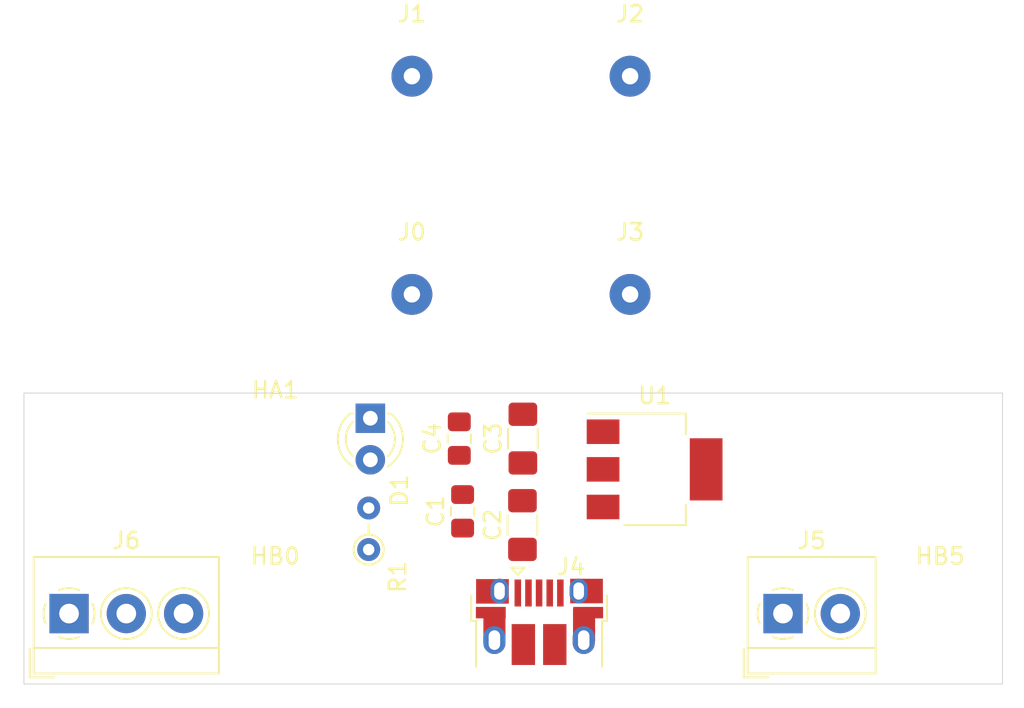
<source format=kicad_pcb>
(kicad_pcb (version 20171130) (host pcbnew 5.1.5-52549c5~86~ubuntu18.04.1)

  (general
    (thickness 1.6)
    (drawings 4)
    (tracks 0)
    (zones 0)
    (modules 19)
    (nets 10)
  )

  (page A4)
  (title_block
    (title "TUSISTEMITA TEMPLATE")
    (company Galopago)
  )

  (layers
    (0 F.Cu signal)
    (31 B.Cu signal)
    (32 B.Adhes user)
    (33 F.Adhes user)
    (34 B.Paste user)
    (35 F.Paste user)
    (36 B.SilkS user)
    (37 F.SilkS user)
    (38 B.Mask user)
    (39 F.Mask user)
    (40 Dwgs.User user)
    (41 Cmts.User user)
    (42 Eco1.User user)
    (43 Eco2.User user)
    (44 Edge.Cuts user)
    (45 Margin user)
    (46 B.CrtYd user)
    (47 F.CrtYd user)
    (48 B.Fab user)
    (49 F.Fab user)
  )

  (setup
    (last_trace_width 0.25)
    (trace_clearance 0.2)
    (zone_clearance 0.508)
    (zone_45_only no)
    (trace_min 0.2)
    (via_size 0.8)
    (via_drill 0.4)
    (via_min_size 0.4)
    (via_min_drill 0.3)
    (uvia_size 0.3)
    (uvia_drill 0.1)
    (uvias_allowed no)
    (uvia_min_size 0.2)
    (uvia_min_drill 0.1)
    (edge_width 0.05)
    (segment_width 0.2)
    (pcb_text_width 0.3)
    (pcb_text_size 1.5 1.5)
    (mod_edge_width 0.12)
    (mod_text_size 1 1)
    (mod_text_width 0.15)
    (pad_size 3 3)
    (pad_drill 3)
    (pad_to_mask_clearance 0.051)
    (solder_mask_min_width 0.25)
    (aux_axis_origin 0 0)
    (visible_elements FFFFFF7F)
    (pcbplotparams
      (layerselection 0x010fc_ffffffff)
      (usegerberextensions false)
      (usegerberattributes false)
      (usegerberadvancedattributes false)
      (creategerberjobfile false)
      (excludeedgelayer true)
      (linewidth 0.100000)
      (plotframeref false)
      (viasonmask false)
      (mode 1)
      (useauxorigin false)
      (hpglpennumber 1)
      (hpglpenspeed 20)
      (hpglpendiameter 15.000000)
      (psnegative false)
      (psa4output false)
      (plotreference true)
      (plotvalue true)
      (plotinvisibletext false)
      (padsonsilk false)
      (subtractmaskfromsilk false)
      (outputformat 1)
      (mirror false)
      (drillshape 1)
      (scaleselection 1)
      (outputdirectory ""))
  )

  (net 0 "")
  (net 1 "Net-(J0-Pad1)")
  (net 2 "Net-(J4-Pad6)")
  (net 3 "Net-(J4-Pad4)")
  (net 4 "Net-(J4-Pad3)")
  (net 5 "Net-(J4-Pad2)")
  (net 6 "Net-(C1-Pad2)")
  (net 7 "Net-(C1-Pad1)")
  (net 8 "Net-(C3-Pad1)")
  (net 9 "Net-(D1-Pad2)")

  (net_class Default "This is the default net class."
    (clearance 0.2)
    (trace_width 0.25)
    (via_dia 0.8)
    (via_drill 0.4)
    (uvia_dia 0.3)
    (uvia_drill 0.1)
    (add_net "Net-(C1-Pad1)")
    (add_net "Net-(C1-Pad2)")
    (add_net "Net-(C3-Pad1)")
    (add_net "Net-(D1-Pad2)")
    (add_net "Net-(J0-Pad1)")
    (add_net "Net-(J4-Pad2)")
    (add_net "Net-(J4-Pad3)")
    (add_net "Net-(J4-Pad4)")
    (add_net "Net-(J4-Pad6)")
  )

  (module MountingHole:MountingHole_3mm (layer F.Cu) (tedit 56D1B4CB) (tstamp 5F630CFB)
    (at 35.36 23.81)
    (descr "Mounting Hole 3mm, no annular")
    (tags "mounting hole 3mm no annular")
    (path /5F6728B6)
    (attr virtual)
    (fp_text reference HA1 (at 0 -4) (layer F.SilkS)
      (effects (font (size 1 1) (thickness 0.15)))
    )
    (fp_text value MountingHole (at 0 4) (layer F.Fab)
      (effects (font (size 1 1) (thickness 0.15)))
    )
    (fp_circle (center 0 0) (end 3.25 0) (layer F.CrtYd) (width 0.05))
    (fp_circle (center 0 0) (end 3 0) (layer Cmts.User) (width 0.15))
    (fp_text user %R (at 0.3 0) (layer F.Fab)
      (effects (font (size 1 1) (thickness 0.15)))
    )
    (pad 1 np_thru_hole circle (at 0 0) (size 3 3) (drill 3) (layers *.Cu *.Mask))
  )

  (module MountingHole:MountingHole_3mm (layer F.Cu) (tedit 56D1B4CB) (tstamp 5F630324)
    (at 76 33.97)
    (descr "Mounting Hole 3mm, no annular")
    (tags "mounting hole 3mm no annular")
    (path /5F66BE4C)
    (attr virtual)
    (fp_text reference HB5 (at 0 -4) (layer F.SilkS)
      (effects (font (size 1 1) (thickness 0.15)))
    )
    (fp_text value MountingHole (at 0 4) (layer F.Fab)
      (effects (font (size 1 1) (thickness 0.15)))
    )
    (fp_circle (center 0 0) (end 3.25 0) (layer F.CrtYd) (width 0.05))
    (fp_circle (center 0 0) (end 3 0) (layer Cmts.User) (width 0.15))
    (fp_text user %R (at 0.3 0) (layer F.Fab)
      (effects (font (size 1 1) (thickness 0.15)))
    )
    (pad 1 np_thru_hole circle (at 0 0) (size 3 3) (drill 3) (layers *.Cu *.Mask))
  )

  (module MountingHole:MountingHole_3mm (layer F.Cu) (tedit 56D1B4CB) (tstamp 5F63031C)
    (at 35.36 33.97)
    (descr "Mounting Hole 3mm, no annular")
    (tags "mounting hole 3mm no annular")
    (path /5F66BB6C)
    (attr virtual)
    (fp_text reference HB0 (at 0 -4) (layer F.SilkS)
      (effects (font (size 1 1) (thickness 0.15)))
    )
    (fp_text value MountingHole (at 0 4) (layer F.Fab)
      (effects (font (size 1 1) (thickness 0.15)))
    )
    (fp_circle (center 0 0) (end 3.25 0) (layer F.CrtYd) (width 0.05))
    (fp_circle (center 0 0) (end 3 0) (layer Cmts.User) (width 0.15))
    (fp_text user %R (at 0.3 0) (layer F.Fab)
      (effects (font (size 1 1) (thickness 0.15)))
    )
    (pad 1 np_thru_hole circle (at 0 0) (size 3 3) (drill 3) (layers *.Cu *.Mask))
  )

  (module Package_TO_SOT_SMD:SOT-223-3_TabPin2 (layer F.Cu) (tedit 5A02FF57) (tstamp 5F62F9B5)
    (at 58.547 24.6634)
    (descr "module CMS SOT223 4 pins")
    (tags "CMS SOT")
    (path /5F651E9A)
    (attr smd)
    (fp_text reference U1 (at 0 -4.5) (layer F.SilkS)
      (effects (font (size 1 1) (thickness 0.15)))
    )
    (fp_text value AMS1117-3.3 (at 0 4.5) (layer F.Fab)
      (effects (font (size 1 1) (thickness 0.15)))
    )
    (fp_line (start 1.85 -3.35) (end 1.85 3.35) (layer F.Fab) (width 0.1))
    (fp_line (start -1.85 3.35) (end 1.85 3.35) (layer F.Fab) (width 0.1))
    (fp_line (start -4.1 -3.41) (end 1.91 -3.41) (layer F.SilkS) (width 0.12))
    (fp_line (start -0.85 -3.35) (end 1.85 -3.35) (layer F.Fab) (width 0.1))
    (fp_line (start -1.85 3.41) (end 1.91 3.41) (layer F.SilkS) (width 0.12))
    (fp_line (start -1.85 -2.35) (end -1.85 3.35) (layer F.Fab) (width 0.1))
    (fp_line (start -1.85 -2.35) (end -0.85 -3.35) (layer F.Fab) (width 0.1))
    (fp_line (start -4.4 -3.6) (end -4.4 3.6) (layer F.CrtYd) (width 0.05))
    (fp_line (start -4.4 3.6) (end 4.4 3.6) (layer F.CrtYd) (width 0.05))
    (fp_line (start 4.4 3.6) (end 4.4 -3.6) (layer F.CrtYd) (width 0.05))
    (fp_line (start 4.4 -3.6) (end -4.4 -3.6) (layer F.CrtYd) (width 0.05))
    (fp_line (start 1.91 -3.41) (end 1.91 -2.15) (layer F.SilkS) (width 0.12))
    (fp_line (start 1.91 3.41) (end 1.91 2.15) (layer F.SilkS) (width 0.12))
    (fp_text user %R (at 0 0 90) (layer F.Fab)
      (effects (font (size 0.8 0.8) (thickness 0.12)))
    )
    (pad 1 smd rect (at -3.15 -2.3) (size 2 1.5) (layers F.Cu F.Paste F.Mask)
      (net 6 "Net-(C1-Pad2)"))
    (pad 3 smd rect (at -3.15 2.3) (size 2 1.5) (layers F.Cu F.Paste F.Mask)
      (net 7 "Net-(C1-Pad1)"))
    (pad 2 smd rect (at -3.15 0) (size 2 1.5) (layers F.Cu F.Paste F.Mask)
      (net 8 "Net-(C3-Pad1)"))
    (pad 2 smd rect (at 3.15 0) (size 2 3.8) (layers F.Cu F.Paste F.Mask)
      (net 8 "Net-(C3-Pad1)"))
    (model ${KISYS3DMOD}/Package_TO_SOT_SMD.3dshapes/SOT-223.wrl
      (at (xyz 0 0 0))
      (scale (xyz 1 1 1))
      (rotate (xyz 0 0 0))
    )
  )

  (module Resistor_THT:R_Axial_DIN0204_L3.6mm_D1.6mm_P2.54mm_Vertical (layer F.Cu) (tedit 5AE5139B) (tstamp 5F62F99F)
    (at 41.0718 29.5656 90)
    (descr "Resistor, Axial_DIN0204 series, Axial, Vertical, pin pitch=2.54mm, 0.167W, length*diameter=3.6*1.6mm^2, http://cdn-reichelt.de/documents/datenblatt/B400/1_4W%23YAG.pdf")
    (tags "Resistor Axial_DIN0204 series Axial Vertical pin pitch 2.54mm 0.167W length 3.6mm diameter 1.6mm")
    (path /5F6D8881)
    (fp_text reference R1 (at -1.6764 1.778 90) (layer F.SilkS)
      (effects (font (size 1 1) (thickness 0.15)))
    )
    (fp_text value R (at 1.27 1.92 90) (layer F.Fab)
      (effects (font (size 1 1) (thickness 0.15)))
    )
    (fp_text user %R (at 1.27 -1.92 90) (layer F.Fab)
      (effects (font (size 1 1) (thickness 0.15)))
    )
    (fp_line (start 3.49 -1.05) (end -1.05 -1.05) (layer F.CrtYd) (width 0.05))
    (fp_line (start 3.49 1.05) (end 3.49 -1.05) (layer F.CrtYd) (width 0.05))
    (fp_line (start -1.05 1.05) (end 3.49 1.05) (layer F.CrtYd) (width 0.05))
    (fp_line (start -1.05 -1.05) (end -1.05 1.05) (layer F.CrtYd) (width 0.05))
    (fp_line (start 0.92 0) (end 1.54 0) (layer F.SilkS) (width 0.12))
    (fp_line (start 0 0) (end 2.54 0) (layer F.Fab) (width 0.1))
    (fp_circle (center 0 0) (end 0.92 0) (layer F.SilkS) (width 0.12))
    (fp_circle (center 0 0) (end 0.8 0) (layer F.Fab) (width 0.1))
    (pad 2 thru_hole oval (at 2.54 0 90) (size 1.4 1.4) (drill 0.7) (layers *.Cu *.Mask)
      (net 9 "Net-(D1-Pad2)"))
    (pad 1 thru_hole circle (at 0 0 90) (size 1.4 1.4) (drill 0.7) (layers *.Cu *.Mask)
      (net 8 "Net-(C3-Pad1)"))
    (model ${KISYS3DMOD}/Resistor_THT.3dshapes/R_Axial_DIN0204_L3.6mm_D1.6mm_P2.54mm_Vertical.wrl
      (at (xyz 0 0 0))
      (scale (xyz 1 1 1))
      (rotate (xyz 0 0 0))
    )
  )

  (module TerminalBlock_4Ucon:TerminalBlock_4Ucon_1x03_P3.50mm_Horizontal (layer F.Cu) (tedit 5B294E91) (tstamp 5F62F990)
    (at 22.7584 33.4772)
    (descr "Terminal Block 4Ucon ItemNo. 20193, 3 pins, pitch 3.5mm, size 11.2x7mm^2, drill diamater 1.2mm, pad diameter 2.4mm, see http://www.4uconnector.com/online/object/4udrawing/20193.pdf, script-generated using https://github.com/pointhi/kicad-footprint-generator/scripts/TerminalBlock_4Ucon")
    (tags "THT Terminal Block 4Ucon ItemNo. 20193 pitch 3.5mm size 11.2x7mm^2 drill 1.2mm pad 2.4mm")
    (path /5F64D49E)
    (fp_text reference J6 (at 3.5 -4.46) (layer F.SilkS)
      (effects (font (size 1 1) (thickness 0.15)))
    )
    (fp_text value Conn_01x03_Female (at 3.5 4.66) (layer F.Fab)
      (effects (font (size 1 1) (thickness 0.15)))
    )
    (fp_text user %R (at 3.5 2.9) (layer F.Fab)
      (effects (font (size 1 1) (thickness 0.15)))
    )
    (fp_line (start 9.6 -3.9) (end -2.6 -3.9) (layer F.CrtYd) (width 0.05))
    (fp_line (start 9.6 4.1) (end 9.6 -3.9) (layer F.CrtYd) (width 0.05))
    (fp_line (start -2.6 4.1) (end 9.6 4.1) (layer F.CrtYd) (width 0.05))
    (fp_line (start -2.6 -3.9) (end -2.6 4.1) (layer F.CrtYd) (width 0.05))
    (fp_line (start -2.4 3.9) (end -0.9 3.9) (layer F.SilkS) (width 0.12))
    (fp_line (start -2.4 2.16) (end -2.4 3.9) (layer F.SilkS) (width 0.12))
    (fp_line (start 5.9 0.069) (end 5.9 -0.069) (layer F.Fab) (width 0.1))
    (fp_line (start 6.931 0.069) (end 5.9 0.069) (layer F.Fab) (width 0.1))
    (fp_line (start 6.931 1.1) (end 6.931 0.069) (layer F.Fab) (width 0.1))
    (fp_line (start 7.069 1.1) (end 6.931 1.1) (layer F.Fab) (width 0.1))
    (fp_line (start 7.069 0.069) (end 7.069 1.1) (layer F.Fab) (width 0.1))
    (fp_line (start 8.1 0.069) (end 7.069 0.069) (layer F.Fab) (width 0.1))
    (fp_line (start 8.1 -0.069) (end 8.1 0.069) (layer F.Fab) (width 0.1))
    (fp_line (start 7.069 -0.069) (end 8.1 -0.069) (layer F.Fab) (width 0.1))
    (fp_line (start 7.069 -1.1) (end 7.069 -0.069) (layer F.Fab) (width 0.1))
    (fp_line (start 6.931 -1.1) (end 7.069 -1.1) (layer F.Fab) (width 0.1))
    (fp_line (start 6.931 -0.069) (end 6.931 -1.1) (layer F.Fab) (width 0.1))
    (fp_line (start 5.9 -0.069) (end 6.931 -0.069) (layer F.Fab) (width 0.1))
    (fp_line (start 2.4 0.069) (end 2.4 -0.069) (layer F.Fab) (width 0.1))
    (fp_line (start 3.431 0.069) (end 2.4 0.069) (layer F.Fab) (width 0.1))
    (fp_line (start 3.431 1.1) (end 3.431 0.069) (layer F.Fab) (width 0.1))
    (fp_line (start 3.569 1.1) (end 3.431 1.1) (layer F.Fab) (width 0.1))
    (fp_line (start 3.569 0.069) (end 3.569 1.1) (layer F.Fab) (width 0.1))
    (fp_line (start 4.6 0.069) (end 3.569 0.069) (layer F.Fab) (width 0.1))
    (fp_line (start 4.6 -0.069) (end 4.6 0.069) (layer F.Fab) (width 0.1))
    (fp_line (start 3.569 -0.069) (end 4.6 -0.069) (layer F.Fab) (width 0.1))
    (fp_line (start 3.569 -1.1) (end 3.569 -0.069) (layer F.Fab) (width 0.1))
    (fp_line (start 3.431 -1.1) (end 3.569 -1.1) (layer F.Fab) (width 0.1))
    (fp_line (start 3.431 -0.069) (end 3.431 -1.1) (layer F.Fab) (width 0.1))
    (fp_line (start 2.4 -0.069) (end 3.431 -0.069) (layer F.Fab) (width 0.1))
    (fp_line (start -1.1 0.069) (end -1.1 -0.069) (layer F.Fab) (width 0.1))
    (fp_line (start -0.069 0.069) (end -1.1 0.069) (layer F.Fab) (width 0.1))
    (fp_line (start -0.069 1.1) (end -0.069 0.069) (layer F.Fab) (width 0.1))
    (fp_line (start 0.069 1.1) (end -0.069 1.1) (layer F.Fab) (width 0.1))
    (fp_line (start 0.069 0.069) (end 0.069 1.1) (layer F.Fab) (width 0.1))
    (fp_line (start 1.1 0.069) (end 0.069 0.069) (layer F.Fab) (width 0.1))
    (fp_line (start 1.1 -0.069) (end 1.1 0.069) (layer F.Fab) (width 0.1))
    (fp_line (start 0.069 -0.069) (end 1.1 -0.069) (layer F.Fab) (width 0.1))
    (fp_line (start 0.069 -1.1) (end 0.069 -0.069) (layer F.Fab) (width 0.1))
    (fp_line (start -0.069 -1.1) (end 0.069 -1.1) (layer F.Fab) (width 0.1))
    (fp_line (start -0.069 -0.069) (end -0.069 -1.1) (layer F.Fab) (width 0.1))
    (fp_line (start -1.1 -0.069) (end -0.069 -0.069) (layer F.Fab) (width 0.1))
    (fp_line (start 9.16 -3.46) (end 9.16 3.66) (layer F.SilkS) (width 0.12))
    (fp_line (start -2.16 -3.46) (end -2.16 3.66) (layer F.SilkS) (width 0.12))
    (fp_line (start -2.16 3.66) (end 9.16 3.66) (layer F.SilkS) (width 0.12))
    (fp_line (start -2.16 -3.46) (end 9.16 -3.46) (layer F.SilkS) (width 0.12))
    (fp_line (start -2.16 2.1) (end 9.16 2.1) (layer F.SilkS) (width 0.12))
    (fp_line (start -2.1 2.1) (end 9.1 2.1) (layer F.Fab) (width 0.1))
    (fp_line (start -2.1 2.1) (end -2.1 -3.4) (layer F.Fab) (width 0.1))
    (fp_line (start -0.6 3.6) (end -2.1 2.1) (layer F.Fab) (width 0.1))
    (fp_line (start 9.1 3.6) (end -0.6 3.6) (layer F.Fab) (width 0.1))
    (fp_line (start 9.1 -3.4) (end 9.1 3.6) (layer F.Fab) (width 0.1))
    (fp_line (start -2.1 -3.4) (end 9.1 -3.4) (layer F.Fab) (width 0.1))
    (fp_circle (center 7 0) (end 8.555 0) (layer F.SilkS) (width 0.12))
    (fp_circle (center 7 0) (end 8.375 0) (layer F.Fab) (width 0.1))
    (fp_circle (center 3.5 0) (end 5.055 0) (layer F.SilkS) (width 0.12))
    (fp_circle (center 3.5 0) (end 4.875 0) (layer F.Fab) (width 0.1))
    (fp_circle (center 0 0) (end 1.375 0) (layer F.Fab) (width 0.1))
    (fp_arc (start 0 0) (end -0.608 1.432) (angle -24) (layer F.SilkS) (width 0.12))
    (fp_arc (start 0 0) (end -1.432 -0.608) (angle -46) (layer F.SilkS) (width 0.12))
    (fp_arc (start 0 0) (end 0.608 -1.432) (angle -46) (layer F.SilkS) (width 0.12))
    (fp_arc (start 0 0) (end 1.432 0.608) (angle -46) (layer F.SilkS) (width 0.12))
    (fp_arc (start 0 0) (end 0 1.555) (angle -23) (layer F.SilkS) (width 0.12))
    (pad 3 thru_hole circle (at 7 0) (size 2.4 2.4) (drill 1.2) (layers *.Cu *.Mask)
      (net 6 "Net-(C1-Pad2)"))
    (pad 2 thru_hole circle (at 3.5 0) (size 2.4 2.4) (drill 1.2) (layers *.Cu *.Mask)
      (net 8 "Net-(C3-Pad1)"))
    (pad 1 thru_hole rect (at 0 0) (size 2.4 2.4) (drill 1.2) (layers *.Cu *.Mask)
      (net 7 "Net-(C1-Pad1)"))
    (model ${KISYS3DMOD}/TerminalBlock_4Ucon.3dshapes/TerminalBlock_4Ucon_1x03_P3.50mm_Horizontal.wrl
      (at (xyz 0 0 0))
      (scale (xyz 1 1 1))
      (rotate (xyz 0 0 0))
    )
  )

  (module TerminalBlock_4Ucon:TerminalBlock_4Ucon_1x02_P3.50mm_Horizontal (layer F.Cu) (tedit 5B294E91) (tstamp 5F62F949)
    (at 66.3956 33.4772)
    (descr "Terminal Block 4Ucon ItemNo. 19963, 2 pins, pitch 3.5mm, size 7.7x7mm^2, drill diamater 1.2mm, pad diameter 2.4mm, see http://www.4uconnector.com/online/object/4udrawing/19963.pdf, script-generated using https://github.com/pointhi/kicad-footprint-generator/scripts/TerminalBlock_4Ucon")
    (tags "THT Terminal Block 4Ucon ItemNo. 19963 pitch 3.5mm size 7.7x7mm^2 drill 1.2mm pad 2.4mm")
    (path /5F64B46D)
    (fp_text reference J5 (at 1.75 -4.46) (layer F.SilkS)
      (effects (font (size 1 1) (thickness 0.15)))
    )
    (fp_text value Conn_01x02_Female (at 1.75 4.66) (layer F.Fab)
      (effects (font (size 1 1) (thickness 0.15)))
    )
    (fp_text user %R (at 1.75 2.9) (layer F.Fab)
      (effects (font (size 1 1) (thickness 0.15)))
    )
    (fp_line (start 6.1 -3.9) (end -2.6 -3.9) (layer F.CrtYd) (width 0.05))
    (fp_line (start 6.1 4.1) (end 6.1 -3.9) (layer F.CrtYd) (width 0.05))
    (fp_line (start -2.6 4.1) (end 6.1 4.1) (layer F.CrtYd) (width 0.05))
    (fp_line (start -2.6 -3.9) (end -2.6 4.1) (layer F.CrtYd) (width 0.05))
    (fp_line (start -2.4 3.9) (end -0.9 3.9) (layer F.SilkS) (width 0.12))
    (fp_line (start -2.4 2.16) (end -2.4 3.9) (layer F.SilkS) (width 0.12))
    (fp_line (start 2.4 0.069) (end 2.4 -0.069) (layer F.Fab) (width 0.1))
    (fp_line (start 3.431 0.069) (end 2.4 0.069) (layer F.Fab) (width 0.1))
    (fp_line (start 3.431 1.1) (end 3.431 0.069) (layer F.Fab) (width 0.1))
    (fp_line (start 3.569 1.1) (end 3.431 1.1) (layer F.Fab) (width 0.1))
    (fp_line (start 3.569 0.069) (end 3.569 1.1) (layer F.Fab) (width 0.1))
    (fp_line (start 4.6 0.069) (end 3.569 0.069) (layer F.Fab) (width 0.1))
    (fp_line (start 4.6 -0.069) (end 4.6 0.069) (layer F.Fab) (width 0.1))
    (fp_line (start 3.569 -0.069) (end 4.6 -0.069) (layer F.Fab) (width 0.1))
    (fp_line (start 3.569 -1.1) (end 3.569 -0.069) (layer F.Fab) (width 0.1))
    (fp_line (start 3.431 -1.1) (end 3.569 -1.1) (layer F.Fab) (width 0.1))
    (fp_line (start 3.431 -0.069) (end 3.431 -1.1) (layer F.Fab) (width 0.1))
    (fp_line (start 2.4 -0.069) (end 3.431 -0.069) (layer F.Fab) (width 0.1))
    (fp_line (start -1.1 0.069) (end -1.1 -0.069) (layer F.Fab) (width 0.1))
    (fp_line (start -0.069 0.069) (end -1.1 0.069) (layer F.Fab) (width 0.1))
    (fp_line (start -0.069 1.1) (end -0.069 0.069) (layer F.Fab) (width 0.1))
    (fp_line (start 0.069 1.1) (end -0.069 1.1) (layer F.Fab) (width 0.1))
    (fp_line (start 0.069 0.069) (end 0.069 1.1) (layer F.Fab) (width 0.1))
    (fp_line (start 1.1 0.069) (end 0.069 0.069) (layer F.Fab) (width 0.1))
    (fp_line (start 1.1 -0.069) (end 1.1 0.069) (layer F.Fab) (width 0.1))
    (fp_line (start 0.069 -0.069) (end 1.1 -0.069) (layer F.Fab) (width 0.1))
    (fp_line (start 0.069 -1.1) (end 0.069 -0.069) (layer F.Fab) (width 0.1))
    (fp_line (start -0.069 -1.1) (end 0.069 -1.1) (layer F.Fab) (width 0.1))
    (fp_line (start -0.069 -0.069) (end -0.069 -1.1) (layer F.Fab) (width 0.1))
    (fp_line (start -1.1 -0.069) (end -0.069 -0.069) (layer F.Fab) (width 0.1))
    (fp_line (start 5.66 -3.46) (end 5.66 3.66) (layer F.SilkS) (width 0.12))
    (fp_line (start -2.16 -3.46) (end -2.16 3.66) (layer F.SilkS) (width 0.12))
    (fp_line (start -2.16 3.66) (end 5.66 3.66) (layer F.SilkS) (width 0.12))
    (fp_line (start -2.16 -3.46) (end 5.66 -3.46) (layer F.SilkS) (width 0.12))
    (fp_line (start -2.16 2.1) (end 5.66 2.1) (layer F.SilkS) (width 0.12))
    (fp_line (start -2.1 2.1) (end 5.6 2.1) (layer F.Fab) (width 0.1))
    (fp_line (start -2.1 2.1) (end -2.1 -3.4) (layer F.Fab) (width 0.1))
    (fp_line (start -0.6 3.6) (end -2.1 2.1) (layer F.Fab) (width 0.1))
    (fp_line (start 5.6 3.6) (end -0.6 3.6) (layer F.Fab) (width 0.1))
    (fp_line (start 5.6 -3.4) (end 5.6 3.6) (layer F.Fab) (width 0.1))
    (fp_line (start -2.1 -3.4) (end 5.6 -3.4) (layer F.Fab) (width 0.1))
    (fp_circle (center 3.5 0) (end 5.055 0) (layer F.SilkS) (width 0.12))
    (fp_circle (center 3.5 0) (end 4.875 0) (layer F.Fab) (width 0.1))
    (fp_circle (center 0 0) (end 1.375 0) (layer F.Fab) (width 0.1))
    (fp_arc (start 0 0) (end -0.608 1.432) (angle -24) (layer F.SilkS) (width 0.12))
    (fp_arc (start 0 0) (end -1.432 -0.608) (angle -46) (layer F.SilkS) (width 0.12))
    (fp_arc (start 0 0) (end 0.608 -1.432) (angle -46) (layer F.SilkS) (width 0.12))
    (fp_arc (start 0 0) (end 1.432 0.608) (angle -46) (layer F.SilkS) (width 0.12))
    (fp_arc (start 0 0) (end 0 1.555) (angle -23) (layer F.SilkS) (width 0.12))
    (pad 2 thru_hole circle (at 3.5 0) (size 2.4 2.4) (drill 1.2) (layers *.Cu *.Mask)
      (net 6 "Net-(C1-Pad2)"))
    (pad 1 thru_hole rect (at 0 0) (size 2.4 2.4) (drill 1.2) (layers *.Cu *.Mask)
      (net 7 "Net-(C1-Pad1)"))
    (model ${KISYS3DMOD}/TerminalBlock_4Ucon.3dshapes/TerminalBlock_4Ucon_1x02_P3.50mm_Horizontal.wrl
      (at (xyz 0 0 0))
      (scale (xyz 1 1 1))
      (rotate (xyz 0 0 0))
    )
  )

  (module LED_THT:LED_D3.0mm (layer F.Cu) (tedit 587A3A7B) (tstamp 5F62ECC3)
    (at 41.1734 21.5392 270)
    (descr "LED, diameter 3.0mm, 2 pins")
    (tags "LED diameter 3.0mm 2 pins")
    (path /5F6D9335)
    (fp_text reference D1 (at 4.4196 -1.778 90) (layer F.SilkS)
      (effects (font (size 1 1) (thickness 0.15)))
    )
    (fp_text value LED (at 1.27 2.96 90) (layer F.Fab)
      (effects (font (size 1 1) (thickness 0.15)))
    )
    (fp_line (start 3.7 -2.25) (end -1.15 -2.25) (layer F.CrtYd) (width 0.05))
    (fp_line (start 3.7 2.25) (end 3.7 -2.25) (layer F.CrtYd) (width 0.05))
    (fp_line (start -1.15 2.25) (end 3.7 2.25) (layer F.CrtYd) (width 0.05))
    (fp_line (start -1.15 -2.25) (end -1.15 2.25) (layer F.CrtYd) (width 0.05))
    (fp_line (start -0.29 1.08) (end -0.29 1.236) (layer F.SilkS) (width 0.12))
    (fp_line (start -0.29 -1.236) (end -0.29 -1.08) (layer F.SilkS) (width 0.12))
    (fp_line (start -0.23 -1.16619) (end -0.23 1.16619) (layer F.Fab) (width 0.1))
    (fp_circle (center 1.27 0) (end 2.77 0) (layer F.Fab) (width 0.1))
    (fp_arc (start 1.27 0) (end 0.229039 1.08) (angle -87.9) (layer F.SilkS) (width 0.12))
    (fp_arc (start 1.27 0) (end 0.229039 -1.08) (angle 87.9) (layer F.SilkS) (width 0.12))
    (fp_arc (start 1.27 0) (end -0.29 1.235516) (angle -108.8) (layer F.SilkS) (width 0.12))
    (fp_arc (start 1.27 0) (end -0.29 -1.235516) (angle 108.8) (layer F.SilkS) (width 0.12))
    (fp_arc (start 1.27 0) (end -0.23 -1.16619) (angle 284.3) (layer F.Fab) (width 0.1))
    (pad 2 thru_hole circle (at 2.54 0 270) (size 1.8 1.8) (drill 0.9) (layers *.Cu *.Mask)
      (net 9 "Net-(D1-Pad2)"))
    (pad 1 thru_hole rect (at 0 0 270) (size 1.8 1.8) (drill 0.9) (layers *.Cu *.Mask)
      (net 6 "Net-(C1-Pad2)"))
    (model ${KISYS3DMOD}/LED_THT.3dshapes/LED_D3.0mm.wrl
      (at (xyz 0 0 0))
      (scale (xyz 1 1 1))
      (rotate (xyz 0 0 0))
    )
  )

  (module Capacitor_SMD:C_0805_2012Metric_Pad1.15x1.40mm_HandSolder (layer F.Cu) (tedit 5B36C52B) (tstamp 5F62ECB0)
    (at 46.609 22.7838 90)
    (descr "Capacitor SMD 0805 (2012 Metric), square (rectangular) end terminal, IPC_7351 nominal with elongated pad for handsoldering. (Body size source: https://docs.google.com/spreadsheets/d/1BsfQQcO9C6DZCsRaXUlFlo91Tg2WpOkGARC1WS5S8t0/edit?usp=sharing), generated with kicad-footprint-generator")
    (tags "capacitor handsolder")
    (path /5F6589FA)
    (attr smd)
    (fp_text reference C4 (at 0 -1.65 90) (layer F.SilkS)
      (effects (font (size 1 1) (thickness 0.15)))
    )
    (fp_text value C (at 0 1.65 90) (layer F.Fab)
      (effects (font (size 1 1) (thickness 0.15)))
    )
    (fp_text user %R (at 0 0 90) (layer F.Fab)
      (effects (font (size 0.5 0.5) (thickness 0.08)))
    )
    (fp_line (start 1.85 0.95) (end -1.85 0.95) (layer F.CrtYd) (width 0.05))
    (fp_line (start 1.85 -0.95) (end 1.85 0.95) (layer F.CrtYd) (width 0.05))
    (fp_line (start -1.85 -0.95) (end 1.85 -0.95) (layer F.CrtYd) (width 0.05))
    (fp_line (start -1.85 0.95) (end -1.85 -0.95) (layer F.CrtYd) (width 0.05))
    (fp_line (start -0.261252 0.71) (end 0.261252 0.71) (layer F.SilkS) (width 0.12))
    (fp_line (start -0.261252 -0.71) (end 0.261252 -0.71) (layer F.SilkS) (width 0.12))
    (fp_line (start 1 0.6) (end -1 0.6) (layer F.Fab) (width 0.1))
    (fp_line (start 1 -0.6) (end 1 0.6) (layer F.Fab) (width 0.1))
    (fp_line (start -1 -0.6) (end 1 -0.6) (layer F.Fab) (width 0.1))
    (fp_line (start -1 0.6) (end -1 -0.6) (layer F.Fab) (width 0.1))
    (pad 2 smd roundrect (at 1.025 0 90) (size 1.15 1.4) (layers F.Cu F.Paste F.Mask) (roundrect_rratio 0.217391)
      (net 6 "Net-(C1-Pad2)"))
    (pad 1 smd roundrect (at -1.025 0 90) (size 1.15 1.4) (layers F.Cu F.Paste F.Mask) (roundrect_rratio 0.217391)
      (net 8 "Net-(C3-Pad1)"))
    (model ${KISYS3DMOD}/Capacitor_SMD.3dshapes/C_0805_2012Metric.wrl
      (at (xyz 0 0 0))
      (scale (xyz 1 1 1))
      (rotate (xyz 0 0 0))
    )
  )

  (module Capacitor_SMD:C_1206_3216Metric_Pad1.42x1.75mm_HandSolder (layer F.Cu) (tedit 5B301BBE) (tstamp 5F62EC9F)
    (at 50.4952 22.7838 90)
    (descr "Capacitor SMD 1206 (3216 Metric), square (rectangular) end terminal, IPC_7351 nominal with elongated pad for handsoldering. (Body size source: http://www.tortai-tech.com/upload/download/2011102023233369053.pdf), generated with kicad-footprint-generator")
    (tags "capacitor handsolder")
    (path /5F657780)
    (attr smd)
    (fp_text reference C3 (at 0 -1.82 90) (layer F.SilkS)
      (effects (font (size 1 1) (thickness 0.15)))
    )
    (fp_text value C (at 0 1.82 90) (layer F.Fab)
      (effects (font (size 1 1) (thickness 0.15)))
    )
    (fp_text user %R (at 0 0 90) (layer F.Fab)
      (effects (font (size 0.8 0.8) (thickness 0.12)))
    )
    (fp_line (start 2.45 1.12) (end -2.45 1.12) (layer F.CrtYd) (width 0.05))
    (fp_line (start 2.45 -1.12) (end 2.45 1.12) (layer F.CrtYd) (width 0.05))
    (fp_line (start -2.45 -1.12) (end 2.45 -1.12) (layer F.CrtYd) (width 0.05))
    (fp_line (start -2.45 1.12) (end -2.45 -1.12) (layer F.CrtYd) (width 0.05))
    (fp_line (start -0.602064 0.91) (end 0.602064 0.91) (layer F.SilkS) (width 0.12))
    (fp_line (start -0.602064 -0.91) (end 0.602064 -0.91) (layer F.SilkS) (width 0.12))
    (fp_line (start 1.6 0.8) (end -1.6 0.8) (layer F.Fab) (width 0.1))
    (fp_line (start 1.6 -0.8) (end 1.6 0.8) (layer F.Fab) (width 0.1))
    (fp_line (start -1.6 -0.8) (end 1.6 -0.8) (layer F.Fab) (width 0.1))
    (fp_line (start -1.6 0.8) (end -1.6 -0.8) (layer F.Fab) (width 0.1))
    (pad 2 smd roundrect (at 1.4875 0 90) (size 1.425 1.75) (layers F.Cu F.Paste F.Mask) (roundrect_rratio 0.175439)
      (net 6 "Net-(C1-Pad2)"))
    (pad 1 smd roundrect (at -1.4875 0 90) (size 1.425 1.75) (layers F.Cu F.Paste F.Mask) (roundrect_rratio 0.175439)
      (net 8 "Net-(C3-Pad1)"))
    (model ${KISYS3DMOD}/Capacitor_SMD.3dshapes/C_1206_3216Metric.wrl
      (at (xyz 0 0 0))
      (scale (xyz 1 1 1))
      (rotate (xyz 0 0 0))
    )
  )

  (module Capacitor_SMD:C_1206_3216Metric_Pad1.42x1.75mm_HandSolder (layer F.Cu) (tedit 5B301BBE) (tstamp 5F62EC8E)
    (at 50.4698 28.067 90)
    (descr "Capacitor SMD 1206 (3216 Metric), square (rectangular) end terminal, IPC_7351 nominal with elongated pad for handsoldering. (Body size source: http://www.tortai-tech.com/upload/download/2011102023233369053.pdf), generated with kicad-footprint-generator")
    (tags "capacitor handsolder")
    (path /5F655E57)
    (attr smd)
    (fp_text reference C2 (at 0 -1.82 90) (layer F.SilkS)
      (effects (font (size 1 1) (thickness 0.15)))
    )
    (fp_text value C (at 0 1.82 90) (layer F.Fab)
      (effects (font (size 1 1) (thickness 0.15)))
    )
    (fp_text user %R (at 0 0 90) (layer F.Fab)
      (effects (font (size 0.8 0.8) (thickness 0.12)))
    )
    (fp_line (start 2.45 1.12) (end -2.45 1.12) (layer F.CrtYd) (width 0.05))
    (fp_line (start 2.45 -1.12) (end 2.45 1.12) (layer F.CrtYd) (width 0.05))
    (fp_line (start -2.45 -1.12) (end 2.45 -1.12) (layer F.CrtYd) (width 0.05))
    (fp_line (start -2.45 1.12) (end -2.45 -1.12) (layer F.CrtYd) (width 0.05))
    (fp_line (start -0.602064 0.91) (end 0.602064 0.91) (layer F.SilkS) (width 0.12))
    (fp_line (start -0.602064 -0.91) (end 0.602064 -0.91) (layer F.SilkS) (width 0.12))
    (fp_line (start 1.6 0.8) (end -1.6 0.8) (layer F.Fab) (width 0.1))
    (fp_line (start 1.6 -0.8) (end 1.6 0.8) (layer F.Fab) (width 0.1))
    (fp_line (start -1.6 -0.8) (end 1.6 -0.8) (layer F.Fab) (width 0.1))
    (fp_line (start -1.6 0.8) (end -1.6 -0.8) (layer F.Fab) (width 0.1))
    (pad 2 smd roundrect (at 1.4875 0 90) (size 1.425 1.75) (layers F.Cu F.Paste F.Mask) (roundrect_rratio 0.175439)
      (net 6 "Net-(C1-Pad2)"))
    (pad 1 smd roundrect (at -1.4875 0 90) (size 1.425 1.75) (layers F.Cu F.Paste F.Mask) (roundrect_rratio 0.175439)
      (net 7 "Net-(C1-Pad1)"))
    (model ${KISYS3DMOD}/Capacitor_SMD.3dshapes/C_1206_3216Metric.wrl
      (at (xyz 0 0 0))
      (scale (xyz 1 1 1))
      (rotate (xyz 0 0 0))
    )
  )

  (module Capacitor_SMD:C_0805_2012Metric_Pad1.15x1.40mm_HandSolder (layer F.Cu) (tedit 5B36C52B) (tstamp 5F62EC7D)
    (at 46.8122 27.2288 90)
    (descr "Capacitor SMD 0805 (2012 Metric), square (rectangular) end terminal, IPC_7351 nominal with elongated pad for handsoldering. (Body size source: https://docs.google.com/spreadsheets/d/1BsfQQcO9C6DZCsRaXUlFlo91Tg2WpOkGARC1WS5S8t0/edit?usp=sharing), generated with kicad-footprint-generator")
    (tags "capacitor handsolder")
    (path /5F653C6F)
    (attr smd)
    (fp_text reference C1 (at 0 -1.65 90) (layer F.SilkS)
      (effects (font (size 1 1) (thickness 0.15)))
    )
    (fp_text value C (at 0 1.65 90) (layer F.Fab)
      (effects (font (size 1 1) (thickness 0.15)))
    )
    (fp_text user %R (at 0 0 90) (layer F.Fab)
      (effects (font (size 0.5 0.5) (thickness 0.08)))
    )
    (fp_line (start 1.85 0.95) (end -1.85 0.95) (layer F.CrtYd) (width 0.05))
    (fp_line (start 1.85 -0.95) (end 1.85 0.95) (layer F.CrtYd) (width 0.05))
    (fp_line (start -1.85 -0.95) (end 1.85 -0.95) (layer F.CrtYd) (width 0.05))
    (fp_line (start -1.85 0.95) (end -1.85 -0.95) (layer F.CrtYd) (width 0.05))
    (fp_line (start -0.261252 0.71) (end 0.261252 0.71) (layer F.SilkS) (width 0.12))
    (fp_line (start -0.261252 -0.71) (end 0.261252 -0.71) (layer F.SilkS) (width 0.12))
    (fp_line (start 1 0.6) (end -1 0.6) (layer F.Fab) (width 0.1))
    (fp_line (start 1 -0.6) (end 1 0.6) (layer F.Fab) (width 0.1))
    (fp_line (start -1 -0.6) (end 1 -0.6) (layer F.Fab) (width 0.1))
    (fp_line (start -1 0.6) (end -1 -0.6) (layer F.Fab) (width 0.1))
    (pad 2 smd roundrect (at 1.025 0 90) (size 1.15 1.4) (layers F.Cu F.Paste F.Mask) (roundrect_rratio 0.217391)
      (net 6 "Net-(C1-Pad2)"))
    (pad 1 smd roundrect (at -1.025 0 90) (size 1.15 1.4) (layers F.Cu F.Paste F.Mask) (roundrect_rratio 0.217391)
      (net 7 "Net-(C1-Pad1)"))
    (model ${KISYS3DMOD}/Capacitor_SMD.3dshapes/C_0805_2012Metric.wrl
      (at (xyz 0 0 0))
      (scale (xyz 1 1 1))
      (rotate (xyz 0 0 0))
    )
  )

  (module Connector_USB:USB_Micro-B_Amphenol_10103594-0001LF_Horizontal (layer F.Cu) (tedit 5A1DC0BD) (tstamp 5F62DF02)
    (at 51.5112 33.9852)
    (descr "Micro USB Type B 10103594-0001LF, http://cdn.amphenol-icc.com/media/wysiwyg/files/drawing/10103594.pdf")
    (tags "USB USB_B USB_micro USB_OTG")
    (path /5F627324)
    (attr smd)
    (fp_text reference J4 (at 1.925 -3.365) (layer F.SilkS)
      (effects (font (size 1 1) (thickness 0.15)))
    )
    (fp_text value USB_B_Micro (at -0.025 4.435) (layer F.Fab)
      (effects (font (size 1 1) (thickness 0.15)))
    )
    (fp_line (start 4.14 3.58) (end -4.13 3.58) (layer F.CrtYd) (width 0.05))
    (fp_line (start 4.14 3.58) (end 4.14 -2.88) (layer F.CrtYd) (width 0.05))
    (fp_line (start -4.13 -2.88) (end -4.13 3.58) (layer F.CrtYd) (width 0.05))
    (fp_line (start -4.13 -2.88) (end 4.14 -2.88) (layer F.CrtYd) (width 0.05))
    (fp_line (start -4.025 2.835) (end 3.975 2.835) (layer Dwgs.User) (width 0.1))
    (fp_line (start -3.775 3.335) (end -3.775 -0.865) (layer F.Fab) (width 0.12))
    (fp_line (start -2.975 -1.615) (end 3.725 -1.615) (layer F.Fab) (width 0.12))
    (fp_line (start 3.725 -1.615) (end 3.725 3.335) (layer F.Fab) (width 0.12))
    (fp_line (start 3.725 3.335) (end -3.775 3.335) (layer F.Fab) (width 0.12))
    (fp_line (start -3.775 -0.865) (end -2.975 -1.615) (layer F.Fab) (width 0.12))
    (fp_line (start -1.325 -2.865) (end -1.725 -3.315) (layer F.SilkS) (width 0.12))
    (fp_line (start -1.725 -3.315) (end -0.925 -3.315) (layer F.SilkS) (width 0.12))
    (fp_line (start -0.925 -3.315) (end -1.325 -2.865) (layer F.SilkS) (width 0.12))
    (fp_line (start 3.825 2.735) (end 3.825 -0.065) (layer F.SilkS) (width 0.12))
    (fp_line (start 3.825 -0.065) (end 4.125 -0.065) (layer F.SilkS) (width 0.12))
    (fp_line (start 4.125 -0.065) (end 4.125 -1.615) (layer F.SilkS) (width 0.12))
    (fp_line (start -3.875 2.735) (end -3.875 -0.065) (layer F.SilkS) (width 0.12))
    (fp_line (start -4.175 -0.065) (end -3.875 -0.065) (layer F.SilkS) (width 0.12))
    (fp_line (start -4.175 -0.065) (end -4.175 -1.615) (layer F.SilkS) (width 0.12))
    (fp_text user %R (at -0.025 -0.015) (layer F.Fab)
      (effects (font (size 1 1) (thickness 0.15)))
    )
    (fp_text user "PCB edge" (at -0.025 2.235) (layer Dwgs.User)
      (effects (font (size 0.5 0.5) (thickness 0.075)))
    )
    (pad 6 smd rect (at 0.935 1.385 90) (size 2.5 1.43) (layers F.Cu F.Paste F.Mask)
      (net 2 "Net-(J4-Pad6)"))
    (pad 6 smd rect (at -0.985 1.385 90) (size 2.5 1.43) (layers F.Cu F.Paste F.Mask)
      (net 2 "Net-(J4-Pad6)"))
    (pad 6 thru_hole oval (at 2.705 1.115 90) (size 1.7 1.35) (drill oval 1.2 0.7) (layers *.Cu *.Mask)
      (net 2 "Net-(J4-Pad6)"))
    (pad 6 thru_hole oval (at -2.755 1.115 90) (size 1.7 1.35) (drill oval 1.2 0.7) (layers *.Cu *.Mask)
      (net 2 "Net-(J4-Pad6)"))
    (pad 6 thru_hole oval (at 2.395 -1.885 90) (size 1.5 1.1) (drill oval 1.05 0.65) (layers *.Cu *.Mask)
      (net 2 "Net-(J4-Pad6)"))
    (pad 6 thru_hole oval (at -2.445 -1.885 90) (size 1.5 1.1) (drill oval 1.05 0.65) (layers *.Cu *.Mask)
      (net 2 "Net-(J4-Pad6)"))
    (pad 5 smd rect (at 1.275 -1.765 90) (size 1.65 0.4) (layers F.Cu F.Paste F.Mask)
      (net 6 "Net-(C1-Pad2)"))
    (pad 4 smd rect (at 0.625 -1.765 90) (size 1.65 0.4) (layers F.Cu F.Paste F.Mask)
      (net 3 "Net-(J4-Pad4)"))
    (pad 3 smd rect (at -0.025 -1.765 90) (size 1.65 0.4) (layers F.Cu F.Paste F.Mask)
      (net 4 "Net-(J4-Pad3)"))
    (pad 2 smd rect (at -0.675 -1.765 90) (size 1.65 0.4) (layers F.Cu F.Paste F.Mask)
      (net 5 "Net-(J4-Pad2)"))
    (pad 1 smd rect (at -1.325 -1.765 90) (size 1.65 0.4) (layers F.Cu F.Paste F.Mask)
      (net 7 "Net-(C1-Pad1)"))
    (pad 6 smd rect (at 2.875 -1.885) (size 2 1.5) (layers F.Cu F.Paste F.Mask)
      (net 2 "Net-(J4-Pad6)"))
    (pad 6 smd rect (at -2.875 -1.865) (size 2 1.5) (layers F.Cu F.Paste F.Mask)
      (net 2 "Net-(J4-Pad6)"))
    (pad 6 smd rect (at 2.975 -0.565) (size 1.825 0.7) (layers F.Cu F.Paste F.Mask)
      (net 2 "Net-(J4-Pad6)"))
    (pad 6 smd rect (at -2.975 -0.565) (size 1.825 0.7) (layers F.Cu F.Paste F.Mask)
      (net 2 "Net-(J4-Pad6)"))
    (pad 6 smd rect (at -2.755 0.185) (size 1.35 2) (layers F.Cu F.Paste F.Mask)
      (net 2 "Net-(J4-Pad6)"))
    (pad 6 smd rect (at 2.725 0.185) (size 1.35 2) (layers F.Cu F.Paste F.Mask)
      (net 2 "Net-(J4-Pad6)"))
    (model ${KISYS3DMOD}/Connector_USB.3dshapes/USB_Micro-B_Amphenol_10103594-0001LF_Horizontal.wrl
      (at (xyz 0 0 0))
      (scale (xyz 1 1 1))
      (rotate (xyz 0 0 0))
    )
  )

  (module Connector_Wire:SolderWirePad_1x01_Drill1mm (layer F.Cu) (tedit 5AEE5EBE) (tstamp 5F35F171)
    (at 57.0484 13.97)
    (descr "Wire solder connection")
    (tags connector)
    (path /5F5DDB13)
    (attr virtual)
    (fp_text reference J3 (at 0 -3.81) (layer F.SilkS)
      (effects (font (size 1 1) (thickness 0.15)))
    )
    (fp_text value Conn_01x01_Male (at 0 3.175) (layer F.Fab)
      (effects (font (size 1 1) (thickness 0.15)))
    )
    (fp_line (start 1.75 1.75) (end -1.75 1.75) (layer F.CrtYd) (width 0.05))
    (fp_line (start 1.75 1.75) (end 1.75 -1.75) (layer F.CrtYd) (width 0.05))
    (fp_line (start -1.75 -1.75) (end -1.75 1.75) (layer F.CrtYd) (width 0.05))
    (fp_line (start -1.75 -1.75) (end 1.75 -1.75) (layer F.CrtYd) (width 0.05))
    (fp_text user %R (at 0 0) (layer F.Fab)
      (effects (font (size 1 1) (thickness 0.15)))
    )
    (pad 1 thru_hole circle (at 0 0) (size 2.49936 2.49936) (drill 1.00076) (layers *.Cu *.Mask)
      (net 1 "Net-(J0-Pad1)"))
  )

  (module Connector_Wire:SolderWirePad_1x01_Drill1mm (layer F.Cu) (tedit 5AEE5EBE) (tstamp 5F35F167)
    (at 57.0484 0.635)
    (descr "Wire solder connection")
    (tags connector)
    (path /5F5DCAC3)
    (attr virtual)
    (fp_text reference J2 (at 0 -3.81) (layer F.SilkS)
      (effects (font (size 1 1) (thickness 0.15)))
    )
    (fp_text value Conn_01x01_Male (at 0 3.175) (layer F.Fab)
      (effects (font (size 1 1) (thickness 0.15)))
    )
    (fp_line (start 1.75 1.75) (end -1.75 1.75) (layer F.CrtYd) (width 0.05))
    (fp_line (start 1.75 1.75) (end 1.75 -1.75) (layer F.CrtYd) (width 0.05))
    (fp_line (start -1.75 -1.75) (end -1.75 1.75) (layer F.CrtYd) (width 0.05))
    (fp_line (start -1.75 -1.75) (end 1.75 -1.75) (layer F.CrtYd) (width 0.05))
    (fp_text user %R (at 0 0) (layer F.Fab)
      (effects (font (size 1 1) (thickness 0.15)))
    )
    (pad 1 thru_hole circle (at 0 0) (size 2.49936 2.49936) (drill 1.00076) (layers *.Cu *.Mask)
      (net 1 "Net-(J0-Pad1)"))
  )

  (module Connector_Wire:SolderWirePad_1x01_Drill1mm (layer F.Cu) (tedit 5AEE5EBE) (tstamp 5F35F15D)
    (at 43.7134 0.635)
    (descr "Wire solder connection")
    (tags connector)
    (path /5F5DB1C6)
    (attr virtual)
    (fp_text reference J1 (at 0 -3.81) (layer F.SilkS)
      (effects (font (size 1 1) (thickness 0.15)))
    )
    (fp_text value Conn_01x01_Male (at 0 3.175) (layer F.Fab)
      (effects (font (size 1 1) (thickness 0.15)))
    )
    (fp_line (start 1.75 1.75) (end -1.75 1.75) (layer F.CrtYd) (width 0.05))
    (fp_line (start 1.75 1.75) (end 1.75 -1.75) (layer F.CrtYd) (width 0.05))
    (fp_line (start -1.75 -1.75) (end -1.75 1.75) (layer F.CrtYd) (width 0.05))
    (fp_line (start -1.75 -1.75) (end 1.75 -1.75) (layer F.CrtYd) (width 0.05))
    (fp_text user %R (at 0 0) (layer F.Fab)
      (effects (font (size 1 1) (thickness 0.15)))
    )
    (pad 1 thru_hole circle (at 0 0) (size 2.49936 2.49936) (drill 1.00076) (layers *.Cu *.Mask)
      (net 1 "Net-(J0-Pad1)"))
  )

  (module Connector_Wire:SolderWirePad_1x01_Drill1mm (layer F.Cu) (tedit 5AEE5EBE) (tstamp 5F35F153)
    (at 43.7134 13.97)
    (descr "Wire solder connection")
    (tags connector)
    (path /5F5D91C6)
    (attr virtual)
    (fp_text reference J0 (at 0 -3.81) (layer F.SilkS)
      (effects (font (size 1 1) (thickness 0.15)))
    )
    (fp_text value Conn_01x01_Male (at 0 3.175) (layer F.Fab)
      (effects (font (size 1 1) (thickness 0.15)))
    )
    (fp_line (start 1.75 1.75) (end -1.75 1.75) (layer F.CrtYd) (width 0.05))
    (fp_line (start 1.75 1.75) (end 1.75 -1.75) (layer F.CrtYd) (width 0.05))
    (fp_line (start -1.75 -1.75) (end -1.75 1.75) (layer F.CrtYd) (width 0.05))
    (fp_line (start -1.75 -1.75) (end 1.75 -1.75) (layer F.CrtYd) (width 0.05))
    (fp_text user %R (at 0 0) (layer F.Fab)
      (effects (font (size 1 1) (thickness 0.15)))
    )
    (pad 1 thru_hole circle (at 0 0) (size 2.49936 2.49936) (drill 1.00076) (layers *.Cu *.Mask)
      (net 1 "Net-(J0-Pad1)"))
  )

  (module MountingHole:MountingHole_3mm (layer F.Cu) (tedit 56D1B4CB) (tstamp 5F35EAC1)
    (at 76 23.81)
    (descr "Mounting Hole 3mm, no annular")
    (tags "mounting hole 3mm no annular")
    (path /5F3258D5)
    (attr virtual)
    (fp_text reference HA5 (at 0 -4) (layer F.SilkS) hide
      (effects (font (size 1 1) (thickness 0.15)))
    )
    (fp_text value MountingHole (at 0 4) (layer F.Fab)
      (effects (font (size 1 1) (thickness 0.15)))
    )
    (fp_circle (center 0 0) (end 3.25 0) (layer F.CrtYd) (width 0.05))
    (fp_circle (center 0 0) (end 3 0) (layer Cmts.User) (width 0.15))
    (fp_text user %R (at 0.3 0) (layer F.Fab)
      (effects (font (size 1 1) (thickness 0.15)))
    )
    (pad 1 np_thru_hole circle (at 0 0) (size 3 3) (drill 3) (layers *.Cu *.Mask))
  )

  (module MountingHole:MountingHole_3mm (layer F.Cu) (tedit 56D1B4CB) (tstamp 5F35EAA1)
    (at 26 23.81)
    (descr "Mounting Hole 3mm, no annular")
    (tags "mounting hole 3mm no annular")
    (path /5F323A1B)
    (attr virtual)
    (fp_text reference HA0 (at 0 -4) (layer F.SilkS) hide
      (effects (font (size 1 1) (thickness 0.15)))
    )
    (fp_text value MountingHole (at 0 4) (layer F.Fab)
      (effects (font (size 1 1) (thickness 0.15)))
    )
    (fp_circle (center 0 0) (end 3.25 0) (layer F.CrtYd) (width 0.05))
    (fp_circle (center 0 0) (end 3 0) (layer Cmts.User) (width 0.15))
    (fp_text user %R (at 0.3 0) (layer F.Fab)
      (effects (font (size 1 1) (thickness 0.15)))
    )
    (pad 1 np_thru_hole circle (at 0 0) (size 3 3) (drill 3) (layers *.Cu *.Mask))
  )

  (gr_line (start 79.81 20) (end 79.81 37.78) (layer Edge.Cuts) (width 0.05))
  (gr_line (start 20 37.78) (end 79.81 37.78) (layer Edge.Cuts) (width 0.05))
  (gr_line (start 20 20) (end 79.81 20) (layer Edge.Cuts) (width 0.05))
  (gr_line (start 20 20) (end 20 37.78) (layer Edge.Cuts) (width 0.05))

)

</source>
